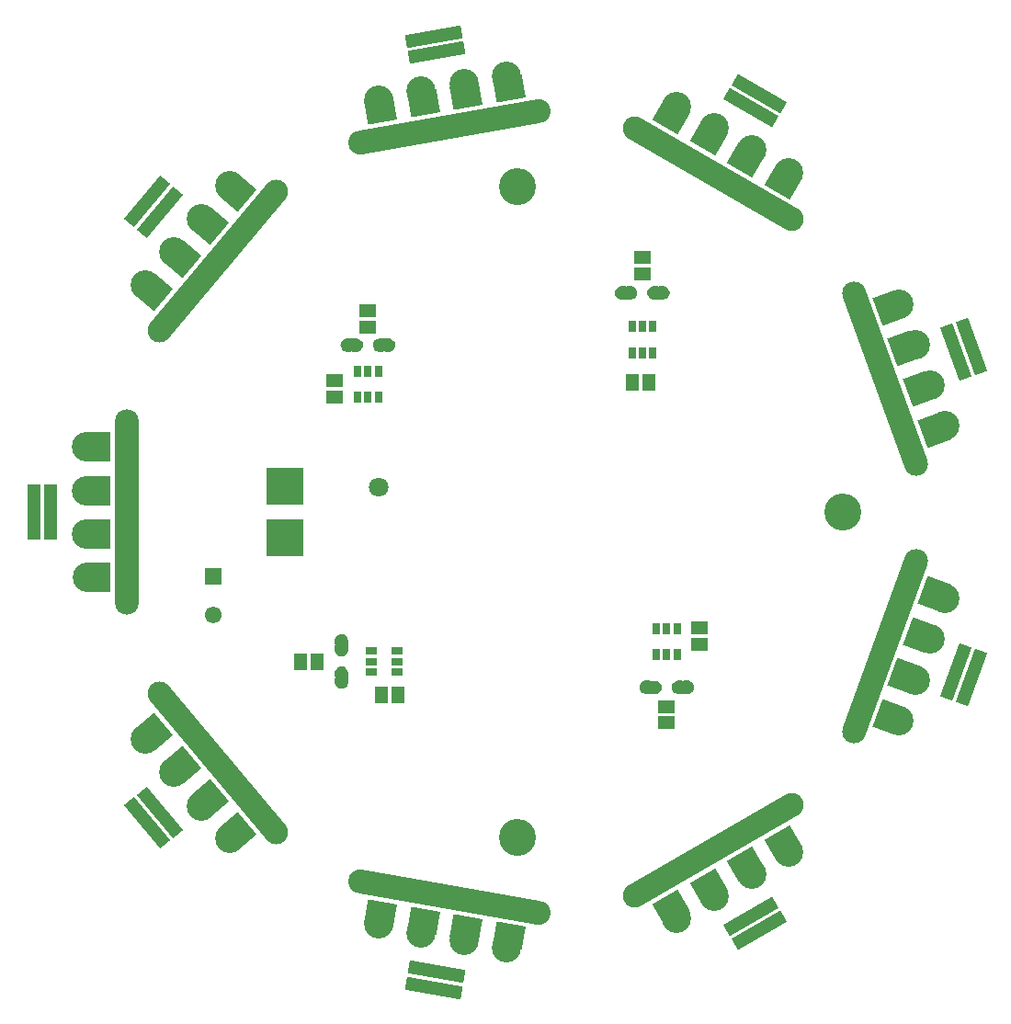
<source format=gbs>
G04*
G04 #@! TF.GenerationSoftware,Altium Limited,Altium Designer,21.7.2 (23)*
G04*
G04 Layer_Color=16711935*
%FSTAX44Y44*%
%MOMM*%
G71*
G04*
G04 #@! TF.SameCoordinates,382B67D8-D4E2-4276-A31F-CACD3676A529*
G04*
G04*
G04 #@! TF.FilePolarity,Negative*
G04*
G01*
G75*
G04:AMPARAMS|DCode=11|XSize=2.2mm|YSize=18.9mm|CornerRadius=1.1mm|HoleSize=0mm|Usage=FLASHONLY|Rotation=320.000|XOffset=0mm|YOffset=0mm|HoleType=Round|Shape=RoundedRectangle|*
%AMROUNDEDRECTD11*
21,1,2.2000,16.7000,0,0,320.0*
21,1,0.0000,18.9000,0,0,320.0*
1,1,2.2000,-5.3673,-6.3965*
1,1,2.2000,-5.3673,-6.3965*
1,1,2.2000,5.3673,6.3965*
1,1,2.2000,5.3673,6.3965*
%
%ADD11ROUNDEDRECTD11*%
G04:AMPARAMS|DCode=12|XSize=2.2mm|YSize=18.9mm|CornerRadius=1.1mm|HoleSize=0mm|Usage=FLASHONLY|Rotation=240.000|XOffset=0mm|YOffset=0mm|HoleType=Round|Shape=RoundedRectangle|*
%AMROUNDEDRECTD12*
21,1,2.2000,16.7000,0,0,240.0*
21,1,0.0000,18.9000,0,0,240.0*
1,1,2.2000,-7.2313,4.1750*
1,1,2.2000,-7.2313,4.1750*
1,1,2.2000,7.2313,-4.1750*
1,1,2.2000,7.2313,-4.1750*
%
%ADD12ROUNDEDRECTD12*%
G04:AMPARAMS|DCode=13|XSize=2.2mm|YSize=18.9mm|CornerRadius=1.1mm|HoleSize=0mm|Usage=FLASHONLY|Rotation=160.000|XOffset=0mm|YOffset=0mm|HoleType=Round|Shape=RoundedRectangle|*
%AMROUNDEDRECTD13*
21,1,2.2000,16.7000,0,0,160.0*
21,1,0.0000,18.9000,0,0,160.0*
1,1,2.2000,2.8559,7.8464*
1,1,2.2000,2.8559,7.8464*
1,1,2.2000,-2.8559,-7.8464*
1,1,2.2000,-2.8559,-7.8464*
%
%ADD13ROUNDEDRECTD13*%
G04:AMPARAMS|DCode=14|XSize=2.2mm|YSize=18.9mm|CornerRadius=1.1mm|HoleSize=0mm|Usage=FLASHONLY|Rotation=80.000|XOffset=0mm|YOffset=0mm|HoleType=Round|Shape=RoundedRectangle|*
%AMROUNDEDRECTD14*
21,1,2.2000,16.7000,0,0,80.0*
21,1,0.0000,18.9000,0,0,80.0*
1,1,2.2000,8.2232,-1.4500*
1,1,2.2000,8.2232,-1.4500*
1,1,2.2000,-8.2232,1.4500*
1,1,2.2000,-8.2232,1.4500*
%
%ADD14ROUNDEDRECTD14*%
G04:AMPARAMS|DCode=15|XSize=2.2mm|YSize=18.9mm|CornerRadius=1.1mm|HoleSize=0mm|Usage=FLASHONLY|Rotation=0.000|XOffset=0mm|YOffset=0mm|HoleType=Round|Shape=RoundedRectangle|*
%AMROUNDEDRECTD15*
21,1,2.2000,16.7000,0,0,0.0*
21,1,0.0000,18.9000,0,0,0.0*
1,1,2.2000,0.0000,-8.3500*
1,1,2.2000,0.0000,-8.3500*
1,1,2.2000,0.0000,8.3500*
1,1,2.2000,0.0000,8.3500*
%
%ADD15ROUNDEDRECTD15*%
G04:AMPARAMS|DCode=16|XSize=2.2mm|YSize=18.9mm|CornerRadius=1.1mm|HoleSize=0mm|Usage=FLASHONLY|Rotation=280.000|XOffset=0mm|YOffset=0mm|HoleType=Round|Shape=RoundedRectangle|*
%AMROUNDEDRECTD16*
21,1,2.2000,16.7000,0,0,280.0*
21,1,0.0000,18.9000,0,0,280.0*
1,1,2.2000,-8.2232,-1.4500*
1,1,2.2000,-8.2232,-1.4500*
1,1,2.2000,8.2232,1.4500*
1,1,2.2000,8.2232,1.4500*
%
%ADD16ROUNDEDRECTD16*%
G04:AMPARAMS|DCode=17|XSize=2.2mm|YSize=18.9mm|CornerRadius=1.1mm|HoleSize=0mm|Usage=FLASHONLY|Rotation=200.000|XOffset=0mm|YOffset=0mm|HoleType=Round|Shape=RoundedRectangle|*
%AMROUNDEDRECTD17*
21,1,2.2000,16.7000,0,0,200.0*
21,1,0.0000,18.9000,0,0,200.0*
1,1,2.2000,-2.8559,7.8464*
1,1,2.2000,-2.8559,7.8464*
1,1,2.2000,2.8559,-7.8464*
1,1,2.2000,2.8559,-7.8464*
%
%ADD17ROUNDEDRECTD17*%
G04:AMPARAMS|DCode=18|XSize=2.2mm|YSize=18.9mm|CornerRadius=1.1mm|HoleSize=0mm|Usage=FLASHONLY|Rotation=120.000|XOffset=0mm|YOffset=0mm|HoleType=Round|Shape=RoundedRectangle|*
%AMROUNDEDRECTD18*
21,1,2.2000,16.7000,0,0,120.0*
21,1,0.0000,18.9000,0,0,120.0*
1,1,2.2000,7.2313,4.1750*
1,1,2.2000,7.2313,4.1750*
1,1,2.2000,-7.2313,-4.1750*
1,1,2.2000,-7.2313,-4.1750*
%
%ADD18ROUNDEDRECTD18*%
G04:AMPARAMS|DCode=19|XSize=2.2mm|YSize=18.9mm|CornerRadius=1.1mm|HoleSize=0mm|Usage=FLASHONLY|Rotation=40.000|XOffset=0mm|YOffset=0mm|HoleType=Round|Shape=RoundedRectangle|*
%AMROUNDEDRECTD19*
21,1,2.2000,16.7000,0,0,40.0*
21,1,0.0000,18.9000,0,0,40.0*
1,1,2.2000,5.3673,-6.3965*
1,1,2.2000,5.3673,-6.3965*
1,1,2.2000,-5.3673,6.3965*
1,1,2.2000,-5.3673,6.3965*
%
%ADD19ROUNDEDRECTD19*%
%ADD20C,1.5532*%
%ADD21R,1.5532X1.5532*%
%ADD22C,3.4032*%
%ADD63R,1.2500X0.3500*%
%ADD64R,0.3500X1.2500*%
G04:AMPARAMS|DCode=65|XSize=0.35mm|YSize=1.25mm|CornerRadius=0mm|HoleSize=0mm|Usage=FLASHONLY|Rotation=179.326|XOffset=0mm|YOffset=0mm|HoleType=Round|Shape=Rectangle|*
%AMROTATEDRECTD65*
4,1,4,0.1824,0.6229,0.1676,-0.6270,-0.1824,-0.6229,-0.1676,0.6270,0.1824,0.6229,0.0*
%
%ADD65ROTATEDRECTD65*%

G04:AMPARAMS|DCode=66|XSize=2.2mm|YSize=2.7mm|CornerRadius=0mm|HoleSize=0mm|Usage=FLASHONLY|Rotation=320.000|XOffset=0mm|YOffset=0mm|HoleType=Round|Shape=Rectangle|*
%AMROTATEDRECTD66*
4,1,4,-1.7104,-0.3271,0.0251,1.7412,1.7104,0.3271,-0.0251,-1.7412,-1.7104,-0.3271,0.0*
%
%ADD66ROTATEDRECTD66*%

%ADD67C,2.7000*%
G04:AMPARAMS|DCode=68|XSize=2.2mm|YSize=2.7mm|CornerRadius=0mm|HoleSize=0mm|Usage=FLASHONLY|Rotation=240.000|XOffset=0mm|YOffset=0mm|HoleType=Round|Shape=Rectangle|*
%AMROTATEDRECTD68*
4,1,4,-0.6191,1.6276,1.7191,0.2776,0.6191,-1.6276,-1.7191,-0.2776,-0.6191,1.6276,0.0*
%
%ADD68ROTATEDRECTD68*%

G04:AMPARAMS|DCode=69|XSize=2.2mm|YSize=2.7mm|CornerRadius=0mm|HoleSize=0mm|Usage=FLASHONLY|Rotation=160.000|XOffset=0mm|YOffset=0mm|HoleType=Round|Shape=Rectangle|*
%AMROTATEDRECTD69*
4,1,4,1.4954,0.8924,0.5719,-1.6448,-1.4954,-0.8924,-0.5719,1.6448,1.4954,0.8924,0.0*
%
%ADD69ROTATEDRECTD69*%

G04:AMPARAMS|DCode=70|XSize=2.2mm|YSize=2.7mm|CornerRadius=0mm|HoleSize=0mm|Usage=FLASHONLY|Rotation=80.000|XOffset=0mm|YOffset=0mm|HoleType=Round|Shape=Rectangle|*
%AMROTATEDRECTD70*
4,1,4,1.1385,-1.3177,-1.5205,-0.8489,-1.1385,1.3177,1.5205,0.8489,1.1385,-1.3177,0.0*
%
%ADD70ROTATEDRECTD70*%

%ADD71R,2.2000X2.7000*%
G04:AMPARAMS|DCode=72|XSize=2.2mm|YSize=2.7mm|CornerRadius=0mm|HoleSize=0mm|Usage=FLASHONLY|Rotation=280.000|XOffset=0mm|YOffset=0mm|HoleType=Round|Shape=Rectangle|*
%AMROTATEDRECTD72*
4,1,4,-1.5205,0.8489,1.1385,1.3177,1.5205,-0.8489,-1.1385,-1.3177,-1.5205,0.8489,0.0*
%
%ADD72ROTATEDRECTD72*%

G04:AMPARAMS|DCode=73|XSize=2.2mm|YSize=2.7mm|CornerRadius=0mm|HoleSize=0mm|Usage=FLASHONLY|Rotation=200.000|XOffset=0mm|YOffset=0mm|HoleType=Round|Shape=Rectangle|*
%AMROTATEDRECTD73*
4,1,4,0.5719,1.6448,1.4954,-0.8924,-0.5719,-1.6448,-1.4954,0.8924,0.5719,1.6448,0.0*
%
%ADD73ROTATEDRECTD73*%

G04:AMPARAMS|DCode=74|XSize=2.2mm|YSize=2.7mm|CornerRadius=0mm|HoleSize=0mm|Usage=FLASHONLY|Rotation=120.000|XOffset=0mm|YOffset=0mm|HoleType=Round|Shape=Rectangle|*
%AMROTATEDRECTD74*
4,1,4,1.7191,-0.2776,-0.6191,-1.6276,-1.7191,0.2776,0.6191,1.6276,1.7191,-0.2776,0.0*
%
%ADD74ROTATEDRECTD74*%

G04:AMPARAMS|DCode=75|XSize=2.2mm|YSize=2.7mm|CornerRadius=0mm|HoleSize=0mm|Usage=FLASHONLY|Rotation=40.000|XOffset=0mm|YOffset=0mm|HoleType=Round|Shape=Rectangle|*
%AMROTATEDRECTD75*
4,1,4,0.0251,-1.7412,-1.7104,0.3271,-0.0251,1.7412,1.7104,-0.3271,0.0251,-1.7412,0.0*
%
%ADD75ROTATEDRECTD75*%

G04:AMPARAMS|DCode=76|XSize=0.7032mm|YSize=0.7032mm|CornerRadius=0.3516mm|HoleSize=0mm|Usage=FLASHONLY|Rotation=0.000|XOffset=0mm|YOffset=0mm|HoleType=Round|Shape=RoundedRectangle|*
%AMROUNDEDRECTD76*
21,1,0.7032,0.0000,0,0,0.0*
21,1,0.0000,0.7032,0,0,0.0*
1,1,0.7032,0.0000,0.0000*
1,1,0.7032,0.0000,0.0000*
1,1,0.7032,0.0000,0.0000*
1,1,0.7032,0.0000,0.0000*
%
%ADD76ROUNDEDRECTD76*%
%ADD77R,3.5032X3.5032*%
G04:AMPARAMS|DCode=78|XSize=0.7032mm|YSize=0.7032mm|CornerRadius=0.3516mm|HoleSize=0mm|Usage=FLASHONLY|Rotation=90.000|XOffset=0mm|YOffset=0mm|HoleType=Round|Shape=RoundedRectangle|*
%AMROUNDEDRECTD78*
21,1,0.7032,0.0000,0,0,90.0*
21,1,0.0000,0.7032,0,0,90.0*
1,1,0.7032,0.0000,0.0000*
1,1,0.7032,0.0000,0.0000*
1,1,0.7032,0.0000,0.0000*
1,1,0.7032,0.0000,0.0000*
%
%ADD78ROUNDEDRECTD78*%
%ADD79R,1.5032X1.2032*%
%ADD80R,1.1032X0.7032*%
%ADD81R,1.2032X1.5032*%
G04:AMPARAMS|DCode=82|XSize=0.7032mm|YSize=0.7032mm|CornerRadius=0.3516mm|HoleSize=0mm|Usage=FLASHONLY|Rotation=269.326|XOffset=0mm|YOffset=0mm|HoleType=Round|Shape=RoundedRectangle|*
%AMROUNDEDRECTD82*
21,1,0.7032,0.0000,0,0,269.3*
21,1,0.0000,0.7032,0,0,269.3*
1,1,0.7032,0.0000,0.0000*
1,1,0.7032,0.0000,0.0000*
1,1,0.7032,0.0000,0.0000*
1,1,0.7032,0.0000,0.0000*
%
%ADD82ROUNDEDRECTD82*%
%ADD83R,0.7032X1.1032*%
G04:AMPARAMS|DCode=84|XSize=5.2032mm|YSize=1.2032mm|CornerRadius=0mm|HoleSize=0mm|Usage=FLASHONLY|Rotation=130.000|XOffset=0mm|YOffset=0mm|HoleType=Round|Shape=Rectangle|*
%AMROTATEDRECTD84*
4,1,4,2.1331,-1.6062,1.2114,-2.3796,-2.1331,1.6062,-1.2114,2.3796,2.1331,-1.6062,0.0*
%
%ADD84ROTATEDRECTD84*%

G04:AMPARAMS|DCode=85|XSize=5.2032mm|YSize=1.2032mm|CornerRadius=0mm|HoleSize=0mm|Usage=FLASHONLY|Rotation=170.000|XOffset=0mm|YOffset=0mm|HoleType=Round|Shape=Rectangle|*
%AMROTATEDRECTD85*
4,1,4,2.6665,0.1407,2.4576,-1.0442,-2.6665,-0.1407,-2.4576,1.0442,2.6665,0.1407,0.0*
%
%ADD85ROTATEDRECTD85*%

G04:AMPARAMS|DCode=86|XSize=5.2032mm|YSize=1.2032mm|CornerRadius=0mm|HoleSize=0mm|Usage=FLASHONLY|Rotation=210.000|XOffset=0mm|YOffset=0mm|HoleType=Round|Shape=Rectangle|*
%AMROTATEDRECTD86*
4,1,4,1.9523,1.8218,2.5538,0.7798,-1.9523,-1.8218,-2.5538,-0.7798,1.9523,1.8218,0.0*
%
%ADD86ROTATEDRECTD86*%

G04:AMPARAMS|DCode=87|XSize=5.2032mm|YSize=1.2032mm|CornerRadius=0mm|HoleSize=0mm|Usage=FLASHONLY|Rotation=250.000|XOffset=0mm|YOffset=0mm|HoleType=Round|Shape=Rectangle|*
%AMROTATEDRECTD87*
4,1,4,0.3245,2.6505,1.4551,2.2389,-0.3245,-2.6505,-1.4551,-2.2389,0.3245,2.6505,0.0*
%
%ADD87ROTATEDRECTD87*%

G04:AMPARAMS|DCode=88|XSize=5.2032mm|YSize=1.2032mm|CornerRadius=0mm|HoleSize=0mm|Usage=FLASHONLY|Rotation=290.000|XOffset=0mm|YOffset=0mm|HoleType=Round|Shape=Rectangle|*
%AMROTATEDRECTD88*
4,1,4,-1.4551,2.2389,-0.3245,2.6505,1.4551,-2.2389,0.3245,-2.6505,-1.4551,2.2389,0.0*
%
%ADD88ROTATEDRECTD88*%

G04:AMPARAMS|DCode=89|XSize=5.2032mm|YSize=1.2032mm|CornerRadius=0mm|HoleSize=0mm|Usage=FLASHONLY|Rotation=330.000|XOffset=0mm|YOffset=0mm|HoleType=Round|Shape=Rectangle|*
%AMROTATEDRECTD89*
4,1,4,-2.5538,0.7798,-1.9523,1.8218,2.5538,-0.7798,1.9523,-1.8218,-2.5538,0.7798,0.0*
%
%ADD89ROTATEDRECTD89*%

G04:AMPARAMS|DCode=90|XSize=5.2032mm|YSize=1.2032mm|CornerRadius=0mm|HoleSize=0mm|Usage=FLASHONLY|Rotation=10.000|XOffset=0mm|YOffset=0mm|HoleType=Round|Shape=Rectangle|*
%AMROTATEDRECTD90*
4,1,4,-2.4576,-1.0442,-2.6665,0.1407,2.4576,1.0442,2.6665,-0.1407,-2.4576,-1.0442,0.0*
%
%ADD90ROTATEDRECTD90*%

G04:AMPARAMS|DCode=91|XSize=5.2032mm|YSize=1.2032mm|CornerRadius=0mm|HoleSize=0mm|Usage=FLASHONLY|Rotation=50.000|XOffset=0mm|YOffset=0mm|HoleType=Round|Shape=Rectangle|*
%AMROTATEDRECTD91*
4,1,4,-1.2114,-2.3796,-2.1331,-1.6062,1.2114,2.3796,2.1331,1.6062,-1.2114,-2.3796,0.0*
%
%ADD91ROTATEDRECTD91*%

%ADD92R,1.2032X5.2032*%
%ADD93C,0.7000*%
%ADD94C,1.8032*%
G36*
X-00156617Y-00152491D02*
X-00156487Y-00152516D01*
X-0015636Y-00152559D01*
X-00156241Y-00152618D01*
X-00156167Y-00152668D01*
X-0015613Y-00152692D01*
X-0015603Y-0015278D01*
Y-0015278D01*
X-0015603D01*
X-00155942Y-0015288D01*
X-00155918Y-00152917D01*
X-00155868Y-00152991D01*
X-00155809Y-0015311D01*
X-00155766Y-00153237D01*
X-0015574Y-00153367D01*
X-00155732Y-001535D01*
Y-001535D01*
D01*
X-00155732Y-00155716D01*
X-0015566Y-00156801D01*
X-00155659Y-00156934D01*
D01*
Y-00156934D01*
X-00155676Y-00157066D01*
X-00155691Y-00157121D01*
X-00155711Y-00157195D01*
X-00155711Y-00157195D01*
X-00156429Y-00159319D01*
X-00156429Y-0015932D01*
X-0015648Y-00159443D01*
X-00156547Y-00159558D01*
X-00156609Y-00159639D01*
X-00156628Y-00159664D01*
X-00156628Y-00159664D01*
X-00158104Y-00161352D01*
X-00158105Y-00161352D01*
X-00158199Y-00161446D01*
X-00158304Y-00161527D01*
X-00158353Y-00161555D01*
X-00158419Y-00161594D01*
X-0015842Y-00161594D01*
X-0016043Y-00162588D01*
X-0016043D01*
X-0016043Y-00162588D01*
X-00160553Y-00162639D01*
X-00160634Y-00162661D01*
X-00160681Y-00162674D01*
X-00160813Y-00162691D01*
X-00160814D01*
X-00161932Y-00162766D01*
X-00161944Y-00162766D01*
X-00161955Y-00162767D01*
X-00161977Y-00162767D01*
X-00162Y-00162768D01*
X-00162033Y-00162766D01*
X-00162066Y-00162766D01*
X-00162077Y-00162765D01*
X-00162088Y-00162764D01*
X-00163232Y-00162665D01*
X-00163232D01*
X-00163364Y-00162645D01*
X-00163491Y-00162607D01*
X-00163613Y-00162554D01*
X-0016565Y-00161495D01*
X-00165651Y-00161495D01*
X-00165765Y-00161426D01*
X-00165868Y-00161343D01*
X-00165961Y-00161246D01*
X-00167437Y-00159488D01*
X-00167516Y-00159381D01*
X-00167545Y-00159328D01*
X-0016758Y-00159264D01*
X-00167629Y-0015914D01*
X-00167629Y-0015914D01*
X-0016832Y-00156951D01*
X-0016832Y-00156951D01*
X-00168344Y-00156853D01*
X-00168352Y-00156821D01*
X-00168367Y-00156689D01*
Y-00156689D01*
D01*
X-00168364Y-00156556D01*
X-00168268Y-00155456D01*
Y-001535D01*
X-0016826Y-00153367D01*
X-00168234Y-00153237D01*
X-00168191Y-0015311D01*
X-00168132Y-00152991D01*
X-00168058Y-0015288D01*
X-0016797Y-0015278D01*
X-0016787Y-00152692D01*
X-00167759Y-00152618D01*
X-0016764Y-00152559D01*
X-00167514Y-00152516D01*
X-00167383Y-00152491D01*
X-0016725Y-00152482D01*
X-0015675D01*
X-0015675D01*
D01*
X-00156617Y-00152491D01*
D02*
G37*
G36*
X-00161934Y-00142048D02*
X-00161879Y-00142048D01*
X-00161867Y-00142049D01*
X-00161856Y-00142049D01*
X-00160712Y-00142149D01*
X-00160712D01*
X-00160598Y-00142166D01*
X-0016058Y-00142169D01*
X-00160543Y-0014218D01*
X-00160452Y-00142206D01*
X-00160331Y-0014226D01*
X-00158294Y-00143319D01*
X-00158293Y-00143319D01*
X-0015818Y-00143388D01*
X-00158076Y-00143471D01*
X-00157983Y-00143567D01*
X-00156507Y-00145326D01*
X-00156428Y-00145433D01*
X-00156399Y-00145486D01*
X-00156364Y-0014555D01*
X-00156315Y-00145674D01*
X-00156315Y-00145674D01*
X-00155624Y-00147863D01*
X-00155624Y-00147863D01*
X-001556Y-00147961D01*
X-00155592Y-00147993D01*
X-00155577Y-00148125D01*
Y-00148125D01*
D01*
X-0015558Y-00148258D01*
X-00155676Y-00149358D01*
X-00155676Y-00151314D01*
Y-00151314D01*
D01*
X-00155684Y-00151447D01*
X-0015571Y-00151577D01*
X-00155753Y-00151703D01*
X-00155812Y-00151823D01*
X-00155886Y-00151934D01*
X-00155974Y-00152034D01*
X-00156074Y-00152122D01*
X-00156185Y-00152196D01*
X-00156304Y-00152254D01*
X-00156431Y-00152297D01*
X-00156561Y-00152323D01*
X-00156694Y-00152332D01*
X-00156694D01*
D01*
X-00167194Y-00152332D01*
X-00167194D01*
D01*
X-00167327Y-00152323D01*
X-00167458Y-00152297D01*
X-00167584Y-00152254D01*
X-00167703Y-00152196D01*
X-00167777Y-00152146D01*
X-00167814Y-00152121D01*
X-00167914Y-00152034D01*
Y-00152034D01*
X-00167914D01*
X-00168002Y-00151934D01*
X-00168026Y-00151897D01*
X-00168076Y-00151823D01*
X-00168135Y-00151703D01*
X-00168178Y-00151577D01*
X-00168204Y-00151447D01*
X-00168212Y-00151314D01*
Y-00151314D01*
D01*
X-00168212Y-00149098D01*
X-00168285Y-00148013D01*
X-00168285Y-00147879D01*
D01*
Y-00147879D01*
X-00168267Y-00147747D01*
X-00168253Y-00147693D01*
X-00168233Y-00147619D01*
X-00168233Y-00147619D01*
X-00167515Y-00145494D01*
X-00167515Y-00145494D01*
X-00167464Y-00145371D01*
X-00167397Y-00145256D01*
X-00167335Y-00145175D01*
X-00167316Y-0014515D01*
X-00167316Y-0014515D01*
X-0016584Y-00143462D01*
X-00165839Y-00143462D01*
X-00165745Y-00143368D01*
X-0016564Y-00143287D01*
X-00165591Y-00143258D01*
X-00165525Y-0014322D01*
X-00165525Y-0014322D01*
X-00163514Y-00142226D01*
X-00163514D01*
X-00163514Y-00142226D01*
X-00163391Y-00142175D01*
X-0016331Y-00142153D01*
X-00163263Y-0014214D01*
X-00163131Y-00142122D01*
X-00163131D01*
X-00162012Y-00142048D01*
X-00162Y-00142048D01*
X-00161989Y-00142047D01*
X-00161934Y-00142048D01*
D02*
G37*
G36*
X-00156806Y-00122668D02*
X-00156806D01*
D01*
X-00156673Y-00122677D01*
X-00156542Y-00122703D01*
X-001565Y-00122717D01*
X-00156416Y-00122746D01*
X-00156297Y-00122804D01*
X-00156186Y-00122879D01*
X-00156086Y-00122966D01*
Y-00122966D01*
X-00156086D01*
X-00155998Y-00123066D01*
X-00155924Y-00123177D01*
X-00155865Y-00123297D01*
X-00155837Y-0012338D01*
X-00155822Y-00123423D01*
X-00155796Y-00123553D01*
X-00155788Y-00123686D01*
Y-00123686D01*
D01*
X-00155788Y-00125902D01*
X-00155716Y-00126987D01*
X-00155715Y-00127121D01*
D01*
Y-00127121D01*
X-00155733Y-00127253D01*
X-00155747Y-00127307D01*
X-00155767Y-00127381D01*
X-00155767Y-00127381D01*
X-00156485Y-00129506D01*
X-00156485Y-00129506D01*
X-00156536Y-00129629D01*
X-00156603Y-00129744D01*
X-00156665Y-00129825D01*
X-00156684Y-0012985D01*
X-00156684Y-0012985D01*
X-0015816Y-00131538D01*
X-00158161Y-00131538D01*
X-00158255Y-00131632D01*
X-0015836Y-00131713D01*
X-00158409Y-00131742D01*
X-00158475Y-0013178D01*
X-00158476Y-0013178D01*
X-00160486Y-00132774D01*
X-00160486D01*
X-00160486Y-00132774D01*
X-00160609Y-00132825D01*
X-0016069Y-00132847D01*
X-00160737Y-0013286D01*
X-00160869Y-00132878D01*
X-0016087D01*
X-00161988Y-00132952D01*
X-00162Y-00132952D01*
X-00162011Y-00132953D01*
X-00162033Y-00132953D01*
X-00162056Y-00132954D01*
X-00162089Y-00132952D01*
X-00162122Y-00132952D01*
X-00162133Y-00132951D01*
X-00162144Y-00132951D01*
X-00163288Y-00132851D01*
X-00163288D01*
X-0016342Y-00132831D01*
X-00163547Y-00132794D01*
X-00163669Y-0013274D01*
X-00165706Y-00131681D01*
X-00165707Y-00131681D01*
X-00165821Y-00131612D01*
X-00165924Y-00131529D01*
X-00166017Y-00131433D01*
X-00167493Y-00129674D01*
X-00167572Y-00129567D01*
X-00167601Y-00129514D01*
X-00167636Y-0012945D01*
X-00167685Y-00129326D01*
X-00167685Y-00129326D01*
X-00168376Y-00127137D01*
X-00168376Y-00127137D01*
X-001684Y-00127039D01*
X-00168408Y-00127007D01*
X-00168423Y-00126875D01*
Y-00126875D01*
D01*
X-0016842Y-00126742D01*
X-00168324Y-00125642D01*
X-00168324Y-00123686D01*
Y-00123686D01*
D01*
X-00168316Y-00123553D01*
X-0016829Y-00123423D01*
X-00168247Y-00123297D01*
X-00168188Y-00123177D01*
X-00168114Y-00123066D01*
X-00168026Y-00122966D01*
X-00167926Y-00122878D01*
X-00167815Y-00122804D01*
X-00167696Y-00122746D01*
X-0016757Y-00122703D01*
X-00167439Y-00122677D01*
X-00167306Y-00122668D01*
X-00167306D01*
D01*
X-00156806Y-00122668D01*
D02*
G37*
G36*
X-0016199Y-00112234D02*
X-00161935Y-00112234D01*
X-00161923Y-00112235D01*
X-00161912Y-00112236D01*
X-00160768Y-00112335D01*
X-00160768D01*
X-00160654Y-00112353D01*
X-00160636Y-00112355D01*
X-00160599Y-00112366D01*
X-00160508Y-00112393D01*
X-00160387Y-00112446D01*
X-0015835Y-00113505D01*
X-00158349Y-00113505D01*
X-00158236Y-00113574D01*
X-00158132Y-00113658D01*
X-00158039Y-00113754D01*
X-00156563Y-00115512D01*
X-00156484Y-00115619D01*
X-00156455Y-00115672D01*
X-0015642Y-00115736D01*
X-00156371Y-0011586D01*
X-00156371Y-0011586D01*
X-0015568Y-00118049D01*
X-0015568Y-00118049D01*
X-00155656Y-00118147D01*
X-00155648Y-00118179D01*
X-00155633Y-00118311D01*
Y-00118311D01*
D01*
X-00155636Y-00118444D01*
X-00155732Y-00119544D01*
Y-001215D01*
X-0015574Y-00121633D01*
X-00155766Y-00121763D01*
X-00155809Y-0012189D01*
X-00155868Y-00122009D01*
X-00155942Y-0012212D01*
X-0015603Y-0012222D01*
X-0015613Y-00122308D01*
X-00156241Y-00122382D01*
X-0015636Y-00122441D01*
X-00156487Y-00122484D01*
X-00156617Y-00122509D01*
X-0015675Y-00122518D01*
X-0016725D01*
X-00167383Y-00122509D01*
X-00167514Y-00122484D01*
X-0016764Y-00122441D01*
X-00167759Y-00122382D01*
X-0016787Y-00122308D01*
X-0016797Y-0012222D01*
X-00168058Y-0012212D01*
X-00168132Y-00122009D01*
X-00168191Y-0012189D01*
X-00168234Y-00121763D01*
X-0016826Y-00121633D01*
X-00168268Y-001215D01*
X-00168268Y-00119284D01*
X-00168341Y-00118199D01*
X-00168341Y-00118066D01*
D01*
Y-00118066D01*
X-00168323Y-00117934D01*
X-00168309Y-00117879D01*
X-00168289Y-00117805D01*
X-00168289Y-00117805D01*
X-00167571Y-00115681D01*
X-00167571Y-0011568D01*
X-0016752Y-00115557D01*
X-00167453Y-00115442D01*
X-00167391Y-00115361D01*
X-00167372Y-00115336D01*
X-00167372Y-00115336D01*
X-00165896Y-00113648D01*
X-00165895Y-00113648D01*
X-00165801Y-00113554D01*
X-00165696Y-00113473D01*
X-00165647Y-00113445D01*
X-00165581Y-00113406D01*
X-00165581Y-00113406D01*
X-0016357Y-00112412D01*
X-0016357D01*
X-0016357Y-00112412D01*
X-00163447Y-00112361D01*
X-00163366Y-00112339D01*
X-00163319Y-00112326D01*
X-00163187Y-00112309D01*
X-00163187D01*
X-00162068Y-00112234D01*
X-00162056Y-00112234D01*
X-00162045Y-00112233D01*
X-0016199Y-00112234D01*
D02*
G37*
G36*
X00118444Y-00155136D02*
X00119544Y-00155232D01*
X001215D01*
X00121633Y-0015524D01*
X00121763Y-00155267D01*
X0012189Y-00155309D01*
X00122009Y-00155368D01*
X0012212Y-00155442D01*
X0012222Y-0015553D01*
X00122308Y-0015563D01*
X00122382Y-00155741D01*
X00122441Y-0015586D01*
X00122484Y-00155986D01*
X00122509Y-00156117D01*
X00122518Y-0015625D01*
Y-0016675D01*
X00122509Y-00166883D01*
X00122484Y-00167013D01*
X00122441Y-0016714D01*
X00122382Y-00167259D01*
X00122308Y-0016737D01*
X0012222Y-0016747D01*
X0012212Y-00167558D01*
X00122009Y-00167632D01*
X0012189Y-00167691D01*
X00121763Y-00167733D01*
X00121633Y-00167759D01*
X001215Y-00167768D01*
X00119284Y-00167768D01*
X00118199Y-00167841D01*
X00118066Y-00167841D01*
D01*
X00118066D01*
X00117934Y-00167824D01*
X00117879Y-00167809D01*
X00117805Y-00167789D01*
X00117805Y-00167789D01*
X00115681Y-00167071D01*
X0011568Y-00167071D01*
X00115557Y-0016702D01*
X00115442Y-00166953D01*
X00115361Y-00166891D01*
X00115336Y-00166872D01*
X00115336Y-00166872D01*
X00113648Y-00165396D01*
X00113648Y-00165395D01*
X00113554Y-00165301D01*
X00113473Y-00165196D01*
X00113445Y-00165147D01*
X00113406Y-00165081D01*
X00113406Y-00165081D01*
X00112412Y-0016307D01*
Y-0016307D01*
X00112412Y-0016307D01*
X00112361Y-00162947D01*
X00112339Y-00162866D01*
X00112326Y-00162819D01*
X00112309Y-00162687D01*
Y-00162687D01*
X00112234Y-00161568D01*
X00112234Y-00161556D01*
X00112233Y-00161545D01*
X00112234Y-0016149D01*
X00112234Y-00161434D01*
X00112235Y-00161423D01*
X00112236Y-00161412D01*
X00112335Y-00160268D01*
Y-00160268D01*
X00112353Y-00160154D01*
X00112355Y-00160136D01*
X00112366Y-00160099D01*
X00112393Y-00160009D01*
X00112446Y-00159887D01*
X00113505Y-0015785D01*
X00113505Y-00157849D01*
X00113574Y-00157736D01*
X00113658Y-00157632D01*
X00113754Y-00157539D01*
X00115512Y-00156063D01*
X00115619Y-00155984D01*
X00115672Y-00155955D01*
X00115736Y-0015592D01*
X0011586Y-00155871D01*
X0011586Y-00155871D01*
X00118049Y-0015518D01*
X00118049Y-0015518D01*
X00118147Y-00155156D01*
X00118179Y-00155148D01*
X00118311Y-00155133D01*
X00118311D01*
D01*
X00118444Y-00155136D01*
D02*
G37*
G36*
X00127253Y-00155233D02*
X00127307Y-00155247D01*
X00127381Y-00155267D01*
X00127381Y-00155267D01*
X00129506Y-00155985D01*
X00129506Y-00155985D01*
X00129629Y-00156036D01*
X00129744Y-00156103D01*
X00129825Y-00156165D01*
X0012985Y-00156184D01*
X0012985Y-00156184D01*
X00131538Y-00157661D01*
X00131538Y-00157661D01*
X00131632Y-00157755D01*
X00131713Y-0015786D01*
X00131742Y-00157909D01*
X0013178Y-00157975D01*
X0013178Y-00157976D01*
X00132774Y-00159986D01*
Y-00159986D01*
X00132774Y-00159986D01*
X00132825Y-00160109D01*
X00132847Y-0016019D01*
X0013286Y-00160237D01*
X00132878Y-00160369D01*
Y-00160369D01*
X00132952Y-00161488D01*
X00132952Y-001615D01*
X00132953Y-00161511D01*
X00132953Y-00161533D01*
X00132954Y-00161556D01*
X00132952Y-00161589D01*
X00132952Y-00161622D01*
X00132951Y-00161633D01*
X00132951Y-00161644D01*
X00132851Y-00162788D01*
Y-00162788D01*
X00132831Y-0016292D01*
X00132794Y-00163048D01*
X0013274Y-00163169D01*
X00131681Y-00165206D01*
X00131681Y-00165207D01*
X00131612Y-00165321D01*
X00131529Y-00165424D01*
X00131433Y-00165517D01*
X00129674Y-00166994D01*
X00129567Y-00167072D01*
X00129514Y-00167101D01*
X0012945Y-00167136D01*
X00129326Y-00167185D01*
X00129326Y-00167185D01*
X00127137Y-00167876D01*
X00127137Y-00167876D01*
X00127039Y-001679D01*
X00127007Y-00167908D01*
X00126875Y-00167923D01*
X00126875D01*
D01*
X00126742Y-0016792D01*
X00125642Y-00167824D01*
X00123686Y-00167824D01*
D01*
X00123686D01*
X00123553Y-00167815D01*
X00123423Y-00167789D01*
X00123297Y-00167747D01*
X00123177Y-00167688D01*
X00123066Y-00167614D01*
X00122966Y-00167526D01*
X00122878Y-00167426D01*
X00122804Y-00167315D01*
X00122746Y-00167196D01*
X00122703Y-00167069D01*
X00122677Y-00166939D01*
X00122668Y-00166806D01*
Y-00166806D01*
D01*
X00122668Y-00156306D01*
Y-00156306D01*
D01*
X00122677Y-00156173D01*
X00122703Y-00156042D01*
X00122717Y-00156D01*
X00122746Y-00155916D01*
X00122804Y-00155797D01*
X00122879Y-00155686D01*
X00122966Y-00155586D01*
X00122966D01*
Y-00155586D01*
X00123066Y-00155498D01*
X00123177Y-00155424D01*
X00123297Y-00155365D01*
X0012338Y-00155337D01*
X00123423Y-00155323D01*
X00123553Y-00155296D01*
X00123686Y-00155288D01*
D01*
X00123686D01*
X00125902Y-00155288D01*
X00126987Y-00155216D01*
X00127121Y-00155215D01*
D01*
X00127121D01*
X00127253Y-00155233D01*
D02*
G37*
G36*
X00148258Y-0015508D02*
X00149358Y-00155176D01*
X00151314Y-00155176D01*
D01*
X00151314D01*
X00151447Y-00155184D01*
X00151577Y-00155211D01*
X00151703Y-00155253D01*
X00151823Y-00155312D01*
X00151934Y-00155386D01*
X00152034Y-00155474D01*
X00152122Y-00155574D01*
X00152196Y-00155685D01*
X00152254Y-00155804D01*
X00152297Y-00155931D01*
X00152323Y-00156061D01*
X00152332Y-00156194D01*
Y-00156194D01*
D01*
X00152332Y-00166694D01*
Y-00166694D01*
D01*
X00152323Y-00166827D01*
X00152297Y-00166958D01*
X00152254Y-00167084D01*
X00152196Y-00167203D01*
X00152146Y-00167277D01*
X00152121Y-00167314D01*
X00152034Y-00167414D01*
X00152034D01*
Y-00167414D01*
X00151934Y-00167502D01*
X00151897Y-00167526D01*
X00151823Y-00167576D01*
X00151703Y-00167635D01*
X00151577Y-00167677D01*
X00151447Y-00167703D01*
X00151314Y-00167712D01*
D01*
X00151314D01*
X00149098Y-00167712D01*
X00148013Y-00167785D01*
X00147879Y-00167785D01*
D01*
X00147879D01*
X00147747Y-00167768D01*
X00147693Y-00167753D01*
X00147619Y-00167733D01*
X00147619Y-00167733D01*
X00145494Y-00167015D01*
X00145494Y-00167015D01*
X00145371Y-00166964D01*
X00145256Y-00166897D01*
X00145175Y-00166835D01*
X0014515Y-00166816D01*
X0014515Y-00166816D01*
X00143462Y-0016534D01*
X00143462Y-00165339D01*
X00143368Y-00165245D01*
X00143287Y-0016514D01*
X00143258Y-00165091D01*
X0014322Y-00165025D01*
X0014322Y-00165025D01*
X00142226Y-00163014D01*
Y-00163014D01*
X00142226Y-00163014D01*
X00142175Y-00162891D01*
X00142153Y-0016281D01*
X0014214Y-00162763D01*
X00142122Y-00162631D01*
Y-00162631D01*
X00142048Y-00161512D01*
X00142048Y-001615D01*
X00142047Y-00161489D01*
X00142048Y-00161434D01*
X00142048Y-00161378D01*
X00142049Y-00161367D01*
X00142049Y-00161356D01*
X00142149Y-00160212D01*
Y-00160212D01*
X00142166Y-00160098D01*
X00142169Y-0016008D01*
X0014218Y-00160043D01*
X00142206Y-00159952D01*
X0014226Y-00159831D01*
X00143319Y-00157794D01*
X00143319Y-00157793D01*
X00143388Y-0015768D01*
X00143471Y-00157576D01*
X00143567Y-00157483D01*
X00145326Y-00156006D01*
X00145433Y-00155928D01*
X00145486Y-00155899D01*
X0014555Y-00155864D01*
X00145674Y-00155815D01*
X00145674Y-00155815D01*
X00147863Y-00155124D01*
X00147863Y-00155124D01*
X00147961Y-001551D01*
X00147993Y-00155092D01*
X00148125Y-00155077D01*
X00148125D01*
D01*
X00148258Y-0015508D01*
D02*
G37*
G36*
X00157066Y-00155177D02*
X00157121Y-00155191D01*
X00157195Y-00155211D01*
X00157195Y-00155211D01*
X00159319Y-00155929D01*
X0015932Y-00155929D01*
X00159443Y-0015598D01*
X00159558Y-00156047D01*
X00159639Y-00156109D01*
X00159664Y-00156128D01*
X00159664Y-00156128D01*
X00161352Y-00157605D01*
X00161352Y-00157605D01*
X00161446Y-00157699D01*
X00161527Y-00157804D01*
X00161555Y-00157853D01*
X00161594Y-00157919D01*
X00161594Y-0015792D01*
X00162588Y-0015993D01*
Y-0015993D01*
X00162588Y-0015993D01*
X00162639Y-00160053D01*
X00162661Y-00160134D01*
X00162674Y-00160181D01*
X00162691Y-00160313D01*
Y-00160313D01*
X00162766Y-00161432D01*
X00162766Y-00161444D01*
X00162767Y-00161455D01*
X00162767Y-00161477D01*
X00162768Y-001615D01*
X00162766Y-00161533D01*
X00162766Y-00161566D01*
X00162764Y-00161577D01*
X00162764Y-00161588D01*
X00162665Y-00162732D01*
Y-00162732D01*
X00162645Y-00162864D01*
X00162607Y-00162992D01*
X00162554Y-00163113D01*
X00161495Y-0016515D01*
X00161495Y-00165151D01*
X00161426Y-00165265D01*
X00161343Y-00165368D01*
X00161246Y-00165461D01*
X00159488Y-00166938D01*
X00159381Y-00167016D01*
X00159328Y-00167045D01*
X00159264Y-0016708D01*
X0015914Y-00167129D01*
X0015914Y-00167129D01*
X00156951Y-0016782D01*
X00156951Y-0016782D01*
X00156853Y-00167844D01*
X00156821Y-00167852D01*
X00156689Y-00167867D01*
X00156689D01*
D01*
X00156556Y-00167864D01*
X00155456Y-00167768D01*
X001535D01*
X00153367Y-00167759D01*
X00153237Y-00167733D01*
X0015311Y-00167691D01*
X00152991Y-00167632D01*
X0015288Y-00167558D01*
X0015278Y-0016747D01*
X00152692Y-0016737D01*
X00152618Y-00167259D01*
X00152559Y-0016714D01*
X00152516Y-00167013D01*
X00152491Y-00166883D01*
X00152482Y-0016675D01*
Y-0015625D01*
Y-0015625D01*
D01*
X00152491Y-00156117D01*
X00152516Y-00155986D01*
X00152559Y-0015586D01*
X00152618Y-00155741D01*
X00152668Y-00155667D01*
X00152692Y-0015563D01*
X0015278Y-0015553D01*
X0015278D01*
Y-0015553D01*
X0015288Y-00155442D01*
X00152917Y-00155418D01*
X00152991Y-00155368D01*
X0015311Y-00155309D01*
X00153237Y-00155267D01*
X00153367Y-0015524D01*
X001535Y-00155232D01*
D01*
X001535D01*
X00155716Y-00155232D01*
X00156801Y-0015516D01*
X00156934Y-00155159D01*
D01*
X00156934D01*
X00157066Y-00155177D01*
D02*
G37*
G36*
X-00156806Y00160364D02*
X-00155706Y00160268D01*
X-0015375D01*
X-00153617Y00160259D01*
X-00153486Y00160233D01*
X-0015336Y00160191D01*
X-00153241Y00160132D01*
X-0015313Y00160058D01*
X-0015303Y0015997D01*
X-00152942Y0015987D01*
X-00152868Y00159759D01*
X-00152809Y0015964D01*
X-00152767Y00159514D01*
X-00152741Y00159383D01*
X-00152732Y0015925D01*
Y0014875D01*
X-00152741Y00148617D01*
X-00152767Y00148486D01*
X-00152809Y0014836D01*
X-00152868Y00148241D01*
X-00152942Y0014813D01*
X-0015303Y0014803D01*
X-0015313Y00147942D01*
X-00153241Y00147868D01*
X-0015336Y00147809D01*
X-00153486Y00147767D01*
X-00153617Y0014774D01*
X-0015375Y00147732D01*
X-00155966D01*
X-00157051Y00147659D01*
X-00157184Y00147659D01*
D01*
X-00157184D01*
X-00157316Y00147676D01*
X-00157371Y00147691D01*
X-00157445Y00147711D01*
X-00157445Y00147711D01*
X-0015957Y00148429D01*
X-0015957Y00148429D01*
X-00159693Y0014848D01*
X-00159808Y00148547D01*
X-00159889Y00148609D01*
X-00159914Y00148628D01*
X-00159914Y00148628D01*
X-00161602Y00150104D01*
X-00161602Y00150105D01*
X-00161696Y00150198D01*
X-00161777Y00150304D01*
X-00161805Y00150353D01*
X-00161844Y00150419D01*
X-00161844Y0015042D01*
X-00162838Y0015243D01*
Y0015243D01*
X-00162838Y0015243D01*
X-00162889Y00152553D01*
X-00162911Y00152634D01*
X-00162924Y00152681D01*
X-00162941Y00152813D01*
Y00152813D01*
X-00163016Y00153932D01*
X-00163016Y00153944D01*
X-00163017Y00153955D01*
X-00163017Y00153977D01*
X-00163018Y00154D01*
X-00163016Y00154033D01*
X-00163016Y00154066D01*
X-00163015Y00154077D01*
X-00163014Y00154088D01*
X-00162915Y00155232D01*
Y00155232D01*
X-00162895Y00155364D01*
X-00162857Y00155492D01*
X-00162804Y00155613D01*
X-00161745Y0015765D01*
X-00161745Y00157651D01*
X-00161676Y00157765D01*
X-00161593Y00157868D01*
X-00161496Y00157961D01*
X-00159738Y00159438D01*
X-00159631Y00159516D01*
X-00159578Y00159545D01*
X-00159514Y0015958D01*
X-0015939Y00159629D01*
X-0015939Y00159629D01*
X-00157201Y0016032D01*
X-001572Y0016032D01*
X-00157103Y00160344D01*
X-00157071Y00160352D01*
X-00156939Y00160367D01*
X-00156939D01*
D01*
X-00156806Y00160364D01*
D02*
G37*
G36*
X-00147997Y00160267D02*
X-00147943Y00160253D01*
X-00147869Y00160233D01*
X-00147868Y00160233D01*
X-00145744Y00159515D01*
X-00145744Y00159515D01*
X-00145621Y00159464D01*
X-00145506Y00159397D01*
X-00145425Y00159335D01*
X-001454Y00159316D01*
X-001454Y00159316D01*
X-00143712Y00157839D01*
X-00143712Y00157839D01*
X-00143618Y00157745D01*
X-00143537Y0015764D01*
X-00143509Y00157591D01*
X-0014347Y00157525D01*
X-0014347Y00157524D01*
X-00142476Y00155514D01*
Y00155514D01*
X-00142476Y00155514D01*
X-00142424Y00155391D01*
X-00142403Y0015531D01*
X-0014239Y00155263D01*
X-00142372Y00155131D01*
Y00155131D01*
X-00142298Y00154012D01*
Y00154008D01*
X-00142297Y00154005D01*
X-00142297Y00153997D01*
X-00142297Y00153989D01*
X-00142298Y00153935D01*
X-00142298Y00153878D01*
X-00142298Y00153875D01*
X-00142298Y00153872D01*
X-00142299Y00153863D01*
X-00142299Y00153856D01*
X-00142399Y00152712D01*
Y00152712D01*
X-00142419Y0015258D01*
X-00142456Y00152452D01*
X-0014251Y00152331D01*
X-00143569Y00150294D01*
X-00143569Y00150293D01*
X-00143638Y0015018D01*
X-00143721Y00150076D01*
X-00143818Y00149983D01*
X-00145576Y00148506D01*
X-00145683Y00148428D01*
X-00145736Y00148399D01*
X-001458Y00148364D01*
X-00145924Y00148315D01*
X-00145924Y00148315D01*
X-00148113Y00147624D01*
X-00148113Y00147624D01*
X-00148211Y001476D01*
X-00148243Y00147592D01*
X-00148375Y00147577D01*
X-00148375D01*
D01*
X-00148508Y0014758D01*
X-00149608Y00147676D01*
X-00151564Y00147676D01*
D01*
X-00151564D01*
X-00151697Y00147684D01*
X-00151827Y00147711D01*
X-00151953Y00147753D01*
X-00152012Y00147782D01*
X-00152073Y00147812D01*
X-00152184Y00147886D01*
X-00152284Y00147974D01*
Y00147974D01*
X-00152284D01*
X-00152372Y00148074D01*
X-00152446Y00148185D01*
X-00152475Y00148245D01*
X-00152505Y00148304D01*
X-00152547Y0014843D01*
X-00152573Y00148561D01*
X-00152582Y00148694D01*
D01*
Y00148694D01*
X-00152582Y00159194D01*
Y00159194D01*
Y00159194D01*
X-00152573Y00159327D01*
X-00152547Y00159458D01*
X-00152518Y00159543D01*
X-00152505Y00159584D01*
X-00152446Y00159703D01*
D01*
X-00152445Y00159703D01*
X-00152408Y00159759D01*
X-00152372Y00159814D01*
X-00152284Y00159914D01*
X-00152284D01*
Y00159914D01*
X-00152184Y00160002D01*
X-00152129Y00160039D01*
X-00152073Y00160076D01*
X-00152073Y00160076D01*
D01*
X-00151953Y00160135D01*
X-00151913Y00160149D01*
X-00151827Y00160177D01*
X-00151697Y00160203D01*
X-00151564Y00160212D01*
X-00151564D01*
X-00151564D01*
X-00149348Y00160212D01*
X-00148263Y00160285D01*
X-0014813Y00160285D01*
D01*
X-0014813D01*
X-00147997Y00160267D01*
D02*
G37*
G36*
X-00126992Y0016042D02*
X-00125892Y00160324D01*
X-00123936Y00160324D01*
D01*
X-00123936D01*
X-00123803Y00160315D01*
X-00123673Y00160289D01*
X-00123547Y00160247D01*
X-00123427Y00160188D01*
X-00123316Y00160114D01*
X-00123216Y00160026D01*
X-00123128Y00159926D01*
X-00123054Y00159815D01*
X-00122996Y00159696D01*
X-00122953Y0015957D01*
X-00122927Y00159439D01*
X-00122918Y00159306D01*
Y00159306D01*
D01*
X-00122918Y00148806D01*
Y00148806D01*
D01*
X-00122927Y00148673D01*
X-00122953Y00148542D01*
X-00122996Y00148416D01*
X-00123055Y00148297D01*
X-00123104Y00148223D01*
X-00123128Y00148186D01*
X-00123216Y00148086D01*
X-00123216D01*
Y00148086D01*
X-00123316Y00147998D01*
X-00123353Y00147974D01*
X-00123427Y00147924D01*
X-00123547Y00147865D01*
X-00123673Y00147823D01*
X-00123803Y00147796D01*
X-00123936Y00147788D01*
D01*
X-00123936D01*
X-00126152Y00147788D01*
X-00127237Y00147716D01*
X-00127371Y00147715D01*
D01*
X-00127371D01*
X-00127503Y00147732D01*
X-00127557Y00147747D01*
X-00127631Y00147767D01*
X-00127632Y00147767D01*
X-00129756Y00148485D01*
X-00129756Y00148485D01*
X-00129879Y00148536D01*
X-00129994Y00148603D01*
X-00130075Y00148665D01*
X-001301Y00148684D01*
X-001301Y00148684D01*
X-00131788Y00150161D01*
X-00131788Y00150161D01*
X-00131882Y00150255D01*
X-00131964Y0015036D01*
X-00131992Y00150409D01*
X-0013203Y00150475D01*
X-0013203Y00150476D01*
X-00133024Y00152486D01*
Y00152486D01*
X-00133024Y00152486D01*
X-00133076Y00152609D01*
X-00133097Y0015269D01*
X-0013311Y00152737D01*
X-00133128Y00152869D01*
Y00152869D01*
X-00133202Y00153988D01*
X-00133202Y00154D01*
X-00133203Y00154011D01*
X-00133202Y00154066D01*
X-00133202Y00154122D01*
X-00133201Y00154133D01*
X-00133201Y00154144D01*
X-00133101Y00155288D01*
Y00155288D01*
X-00133084Y00155402D01*
X-00133081Y0015542D01*
X-0013307Y00155457D01*
X-00133044Y00155548D01*
X-0013299Y00155669D01*
X-00131931Y00157706D01*
X-00131931Y00157707D01*
X-00131862Y00157821D01*
X-00131779Y00157924D01*
X-00131683Y00158017D01*
X-00129924Y00159494D01*
X-00129817Y00159572D01*
X-00129764Y00159601D01*
X-001297Y00159636D01*
X-00129576Y00159685D01*
X-00129576Y00159685D01*
X-00127387Y00160376D01*
X-00127387Y00160376D01*
X-00127289Y001604D01*
X-00127257Y00160408D01*
X-00127125Y00160423D01*
X-00127125D01*
D01*
X-00126992Y0016042D01*
D02*
G37*
G36*
X-00118184Y00160324D02*
X-00118129Y00160309D01*
X-00118055Y00160289D01*
X-00118055Y00160289D01*
X-00115931Y00159571D01*
X-0011593Y00159571D01*
X-00115807Y0015952D01*
X-00115692Y00159453D01*
X-00115611Y00159391D01*
X-00115586Y00159372D01*
X-00115586Y00159372D01*
X-00113898Y00157895D01*
X-00113898Y00157895D01*
X-00113804Y00157801D01*
X-00113723Y00157696D01*
X-00113695Y00157647D01*
X-00113656Y00157581D01*
X-00113656Y0015758D01*
X-00112662Y0015557D01*
Y0015557D01*
X-00112662Y0015557D01*
X-00112611Y00155447D01*
X-00112589Y00155366D01*
X-00112576Y00155319D01*
X-00112559Y00155187D01*
Y00155187D01*
X-00112484Y00154068D01*
X-00112484Y00154056D01*
X-00112483Y00154045D01*
X-00112483Y00154023D01*
X-00112482Y00154D01*
X-00112484Y00153967D01*
X-00112484Y00153934D01*
X-00112485Y00153923D01*
X-00112486Y00153912D01*
X-00112585Y00152768D01*
Y00152768D01*
X-00112605Y00152636D01*
X-00112642Y00152508D01*
X-00112696Y00152387D01*
X-00113755Y0015035D01*
X-00113755Y00150349D01*
X-00113824Y00150235D01*
X-00113907Y00150132D01*
X-00114004Y00150039D01*
X-00115762Y00148562D01*
X-00115869Y00148484D01*
X-00115922Y00148455D01*
X-00115986Y0014842D01*
X-0011611Y00148371D01*
X-0011611Y00148371D01*
X-00118299Y0014768D01*
X-001183Y0014768D01*
X-00118397Y00147656D01*
X-00118429Y00147648D01*
X-00118561Y00147633D01*
X-00118561D01*
D01*
X-00118694Y00147636D01*
X-00119794Y00147732D01*
X-0012175D01*
X-00121883Y0014774D01*
X-00122014Y00147767D01*
X-0012214Y00147809D01*
X-00122259Y00147868D01*
X-0012237Y00147942D01*
X-0012247Y0014803D01*
X-00122558Y0014813D01*
X-00122632Y00148241D01*
X-00122691Y0014836D01*
X-00122733Y00148486D01*
X-0012276Y00148617D01*
X-00122768Y0014875D01*
Y0015925D01*
Y0015925D01*
D01*
X-0012276Y00159383D01*
X-00122733Y00159514D01*
X-00122691Y0015964D01*
X-00122632Y00159759D01*
X-00122582Y00159833D01*
X-00122558Y0015987D01*
X-0012247Y0015997D01*
X-0012247D01*
Y0015997D01*
X-0012237Y00160058D01*
X-00122333Y00160082D01*
X-00122259Y00160132D01*
X-0012214Y00160191D01*
X-00122014Y00160233D01*
X-00121883Y00160259D01*
X-0012175Y00160268D01*
D01*
X-0012175D01*
X-00119534Y00160268D01*
X-00118449Y0016034D01*
X-00118316Y00160341D01*
D01*
X-00118316D01*
X-00118184Y00160324D01*
D02*
G37*
G36*
X0009602Y00208411D02*
X00097118Y00208302D01*
X00099074Y00208279D01*
D01*
X00099074D01*
X00099207Y00208269D01*
X00099337Y00208242D01*
X00099462Y00208197D01*
X00099581Y00208137D01*
X00099691Y00208062D01*
X0009979Y00207973D01*
X00099877Y00207872D01*
X0009995Y0020776D01*
X00100007Y0020764D01*
X00100048Y00207513D01*
X00100073Y00207382D01*
X0010008Y00207256D01*
X0010008Y00207249D01*
D01*
Y00207249D01*
X00099956Y0019675D01*
X00099946Y00196617D01*
X00099919Y00196487D01*
X00099874Y00196361D01*
X00099814Y00196243D01*
X00099739Y00196133D01*
X0009965Y00196034D01*
X00099549Y00195947D01*
X00099437Y00195874D01*
X00099317Y00195817D01*
X0009919Y00195776D01*
X00099059Y00195751D01*
X00098926Y00195744D01*
X00098926Y00195744D01*
X00096711Y0019577D01*
X00095625Y00195711D01*
X00095625D01*
D01*
X00095491Y00195712D01*
X00095359Y00195731D01*
X00095324Y00195741D01*
X00095231Y00195767D01*
X00095231Y00195767D01*
X00093115Y0019651D01*
X00092993Y00196562D01*
X00092878Y0019663D01*
X00092832Y00196666D01*
X00092773Y00196712D01*
X00092773Y00196712D01*
X00091103Y00198209D01*
X00091103Y00198209D01*
D01*
X00091101Y00198211D01*
X0009101Y00198304D01*
X0009095Y00198384D01*
X0009093Y00198411D01*
X00090901Y00198461D01*
X00090864Y00198527D01*
X00090864Y00198527D01*
X00089894Y00200548D01*
X00089894Y00200549D01*
X00089873Y00200601D01*
X00089844Y00200672D01*
X00089811Y00200801D01*
X00089795Y00200933D01*
Y00200933D01*
D01*
X00089734Y00202053D01*
X00089734Y00202065D01*
X00089733Y00202076D01*
X00089735Y00202131D01*
X00089735Y00202186D01*
X00089737Y00202198D01*
X00089737Y00202209D01*
X0008985Y00203351D01*
X00089872Y00203483D01*
X00089911Y0020361D01*
X00089966Y00203732D01*
X00091049Y00205756D01*
X00091119Y00205869D01*
X00091204Y00205972D01*
X00091301Y00206063D01*
X00091301Y00206063D01*
X00093076Y00207519D01*
X00093076Y00207519D01*
X00093185Y00207597D01*
X00093302Y0020766D01*
X00093427Y00207707D01*
X00093427Y00207707D01*
X00095624Y00208372D01*
X00095624Y00208372D01*
X00095754Y00208403D01*
X00095886Y00208416D01*
X0009602Y00208411D01*
D02*
G37*
G36*
X00104694Y0020823D02*
X00104826Y00208211D01*
X00104862Y00208201D01*
X00104954Y00208175D01*
X00104955Y00208175D01*
X0010707Y00207432D01*
X00107193Y00207379D01*
X00107307Y00207312D01*
X00107353Y00207276D01*
X00107412Y00207229D01*
X00107412Y00207229D01*
X00109083Y00205733D01*
X00109083Y00205733D01*
D01*
X00109085Y00205731D01*
X00109176Y00205638D01*
X00109236Y00205558D01*
X00109256Y00205531D01*
X00109284Y0020548D01*
X00109321Y00205415D01*
X00109321Y00205415D01*
X00110291Y00203393D01*
X00110292Y00203393D01*
X00110313Y0020334D01*
X00110341Y0020327D01*
X00110374Y00203141D01*
X0011039Y00203008D01*
Y00203008D01*
D01*
X00110452Y00201889D01*
X00110451Y00201877D01*
X00110453Y00201866D01*
X00110452Y00201849D01*
X00110453Y00201833D01*
Y00201833D01*
X00110451Y00201794D01*
X0011045Y00201755D01*
X00110449Y00201744D01*
X00110448Y00201733D01*
X00110335Y0020059D01*
X00110314Y00200459D01*
X00110275Y00200331D01*
X0011022Y0020021D01*
X00109137Y00198186D01*
X00109066Y00198072D01*
X00108982Y00197969D01*
X00108885Y00197878D01*
X00108884Y00197878D01*
X00107109Y00196423D01*
X00107109Y00196422D01*
X00107001Y00196345D01*
X00106883Y00196282D01*
X00106759Y00196235D01*
X00106759Y00196235D01*
X00104562Y00195569D01*
X00104561Y00195569D01*
X00104432Y00195539D01*
X00104299Y00195526D01*
X00104166Y00195531D01*
X00103067Y00195639D01*
X00101112Y00195662D01*
X00101112D01*
X00101112D01*
X00100979Y00195672D01*
X00100849Y001957D01*
X00100723Y00195744D01*
X00100604Y00195805D01*
X00100494Y0019588D01*
X00100401Y00195964D01*
X00100395Y00195969D01*
D01*
X00100395Y00195969D01*
X00100309Y0019607D01*
X00100236Y00196182D01*
X00100178Y00196302D01*
X00100137Y00196428D01*
X00100113Y00196559D01*
X00100106Y00196685D01*
X00100106Y00196692D01*
D01*
Y00196692D01*
X00100229Y00207192D01*
D01*
Y00207192D01*
X00100239Y00207325D01*
X00100267Y00207455D01*
X00100283Y00207499D01*
X00100311Y0020758D01*
X00100372Y00207699D01*
X00100447Y00207809D01*
X00100536Y00207908D01*
X00100637Y00207995D01*
X00100676Y0020802D01*
X00100749Y00208067D01*
X00100869Y00208125D01*
X00100995Y00208166D01*
X00101126Y00208191D01*
X00101259Y00208198D01*
X0010126Y00208198D01*
X00103475Y00208172D01*
X00104561Y00208231D01*
X00104561D01*
D01*
X00104694Y0020823D01*
D02*
G37*
G36*
X00125834Y00208469D02*
X00126933Y00208361D01*
X00128888Y00208338D01*
D01*
X00128888D01*
X00129021Y00208327D01*
X00129151Y002083D01*
X00129277Y00208256D01*
X00129396Y00208195D01*
X00129471Y00208144D01*
X00129506Y0020812D01*
X00129605Y00208031D01*
D01*
X00129605Y00208031D01*
X00129691Y0020793D01*
X00129764Y00207818D01*
X00129822Y00207698D01*
X00129853Y00207603D01*
X00129863Y00207572D01*
X00129867Y00207551D01*
X00129887Y00207441D01*
X00129894Y00207314D01*
X00129895Y00207308D01*
D01*
Y00207308D01*
X00129771Y00196808D01*
X00129761Y00196675D01*
X00129733Y00196545D01*
X00129689Y0019642D01*
X00129628Y00196301D01*
X00129553Y00196191D01*
X00129464Y00196092D01*
X00129363Y00196005D01*
X00129251Y00195933D01*
X00129131Y00195875D01*
X00129005Y00195834D01*
X00128874Y00195809D01*
X00128741Y00195802D01*
X0012874Y00195802D01*
X00126525Y00195828D01*
X00125439Y00195769D01*
X00125439D01*
D01*
X00125306Y0019577D01*
X00125174Y00195789D01*
X00125138Y00195799D01*
X00125046Y00195825D01*
X00125045Y00195825D01*
X0012293Y00196568D01*
X00122807Y00196621D01*
X00122692Y00196688D01*
X00122647Y00196724D01*
X00122588Y0019677D01*
X00122588Y00196771D01*
X00120917Y00198267D01*
X00120917Y00198267D01*
D01*
X00120915Y00198269D01*
X00120824Y00198362D01*
X00120764Y00198442D01*
X00120744Y00198469D01*
X00120716Y00198519D01*
X00120679Y00198585D01*
X00120679Y00198585D01*
X00119709Y00200607D01*
X00119708Y00200607D01*
X00119687Y0020066D01*
X00119659Y0020073D01*
X00119626Y00200859D01*
X0011961Y00200992D01*
Y00200992D01*
D01*
X00119548Y00202111D01*
X00119549Y00202123D01*
X00119547Y00202134D01*
X00119548Y0020215D01*
X00119547Y00202167D01*
X00119549Y00202206D01*
X0011955Y00202245D01*
X00119551Y00202256D01*
X00119552Y00202267D01*
X00119665Y0020341D01*
X00119686Y00203541D01*
X00119725Y00203669D01*
X0011978Y0020379D01*
X00120863Y00205814D01*
X00120934Y00205928D01*
X00121018Y00206031D01*
X00121115Y00206122D01*
X00121116Y00206122D01*
X00122891Y00207577D01*
X00122891Y00207578D01*
X00122999Y00207655D01*
X00123117Y00207718D01*
X00123241Y00207765D01*
X00123241Y00207765D01*
X00125438Y0020843D01*
X00125439Y00208431D01*
X00125568Y00208461D01*
X00125701Y00208474D01*
X00125834Y00208469D01*
D02*
G37*
G36*
X00134509Y00208288D02*
X00134641Y00208269D01*
X00134676Y00208259D01*
X00134769Y00208233D01*
X00134769Y00208233D01*
X00136885Y0020749D01*
X00137007Y00207438D01*
X00137122Y0020737D01*
X00137168Y00207334D01*
X00137227Y00207288D01*
X00137227Y00207288D01*
X00138897Y00205791D01*
X00138897Y00205791D01*
D01*
X00138899Y00205789D01*
X0013899Y00205696D01*
X0013905Y00205616D01*
X0013907Y00205589D01*
X00139099Y00205539D01*
X00139136Y00205473D01*
X00139136Y00205473D01*
X00140106Y00203451D01*
X00140106Y00203451D01*
X00140127Y00203399D01*
X00140156Y00203328D01*
X00140189Y00203199D01*
X00140205Y00203067D01*
Y00203067D01*
D01*
X00140266Y00201947D01*
X00140266Y00201935D01*
X00140267Y00201924D01*
X00140266Y00201878D01*
X00140266Y0020183D01*
X00140265Y00201822D01*
X00140265Y00201814D01*
X00140263Y00201802D01*
X00140263Y00201791D01*
X0014015Y00200648D01*
X00140128Y00200517D01*
X00140089Y0020039D01*
X00140034Y00200268D01*
X00138951Y00198244D01*
X00138881Y00198131D01*
X00138796Y00198028D01*
X00138699Y00197937D01*
X00138699Y00197937D01*
X00136924Y00196481D01*
X00136924Y00196481D01*
X00136815Y00196403D01*
X00136698Y0019634D01*
X00136573Y00196294D01*
X00136573Y00196294D01*
X00134376Y00195628D01*
X00134376Y00195628D01*
X00134246Y00195597D01*
X00134114Y00195585D01*
X0013398Y00195589D01*
X00132881Y00195697D01*
X00130926Y00195721D01*
D01*
X00130926D01*
X00130793Y00195731D01*
X00130663Y00195758D01*
X00130538Y00195803D01*
X00130419Y00195863D01*
X00130309Y00195938D01*
X0013022Y00196018D01*
X0013021Y00196027D01*
D01*
X0013021Y00196027D01*
X00130123Y00196128D01*
X0013005Y0019624D01*
X00129993Y0019636D01*
X00129952Y00196487D01*
X00129927Y00196618D01*
X0012992Y00196744D01*
X0012992Y00196751D01*
D01*
Y00196751D01*
X00130044Y0020725D01*
D01*
Y0020725D01*
X00130054Y00207383D01*
X00130081Y00207513D01*
X00130097Y00207557D01*
X00130126Y00207639D01*
X00130186Y00207757D01*
X00130261Y00207867D01*
X0013035Y00207966D01*
X00130451Y00208053D01*
X0013049Y00208078D01*
X00130563Y00208126D01*
X00130683Y00208183D01*
X0013081Y00208224D01*
X00130941Y00208249D01*
X00131074Y00208256D01*
X00131074Y00208256D01*
X00133289Y0020823D01*
X00134375Y0020829D01*
X00134375D01*
D01*
X00134509Y00208288D01*
D02*
G37*
D11*
X-00275776Y00231404D02*
D03*
D12*
X0018Y00311769D02*
D03*
D13*
X00338289Y-00123127D02*
D03*
D14*
X-00062513Y-00354531D02*
D03*
D15*
X-0036Y0D02*
D03*
D16*
X-00062513Y00354531D02*
D03*
D17*
X00338289Y00123127D02*
D03*
D18*
X0018Y-00311769D02*
D03*
D19*
X-00275776Y-00231404D02*
D03*
D20*
X-002805Y-000945D02*
D03*
D21*
Y-000595D02*
D03*
D22*
X0Y003D02*
D03*
X003Y0D02*
D03*
X0Y-003D02*
D03*
D63*
X-00162Y-00122744D02*
D03*
X-00162Y-00152256D02*
D03*
D64*
X-00152504Y00154001D02*
D03*
X00152258Y-00161502D02*
D03*
X-00122996Y00154D02*
D03*
X00122744Y-00161498D02*
D03*
D65*
X00129757Y00202004D02*
D03*
X00100244Y00201997D02*
D03*
D66*
X-00282837Y00263437D02*
D03*
X-00308549Y00232795D02*
D03*
X-0033426Y00202153D02*
D03*
X-00257126Y00294079D02*
D03*
D67*
X-00316975Y00239866D02*
D03*
X-00291264Y00270508D02*
D03*
X-00342687Y00209224D02*
D03*
X-00264786Y00300507D02*
D03*
X0018118Y00353812D02*
D03*
X00215821Y00333812D02*
D03*
X00146538Y00373812D02*
D03*
X00249962Y00312946D02*
D03*
X00379898Y-00116988D02*
D03*
X00366218Y-00154576D02*
D03*
X00393579Y-000794D02*
D03*
X00351597Y-00191822D02*
D03*
X-00049242Y-00394442D02*
D03*
X-00088635Y-00387496D02*
D03*
X-0000985Y-00401388D02*
D03*
X-00127853Y-00379565D02*
D03*
X-00397Y0002D02*
D03*
Y-0002D02*
D03*
Y0006D02*
D03*
X-00396Y-0006D02*
D03*
X-00049242Y00394442D02*
D03*
X-00088635Y00387496D02*
D03*
X-0000985Y00401387D02*
D03*
X-00127853Y00379565D02*
D03*
X00379898Y00116988D02*
D03*
X00366218Y00154576D02*
D03*
X00393579Y000794D02*
D03*
X00351597Y00191821D02*
D03*
X0018118Y-00353812D02*
D03*
X00215821Y-00333812D02*
D03*
X00146538Y-00373812D02*
D03*
X00249962Y-00312946D02*
D03*
X-00316975Y-00239866D02*
D03*
X-00291264Y-00270508D02*
D03*
X-00342687Y-00209224D02*
D03*
X-00264786Y-00300507D02*
D03*
D68*
X0021032Y00324286D02*
D03*
X00175679Y00344286D02*
D03*
X00141039Y00364286D02*
D03*
X00244962Y00304286D02*
D03*
D69*
X00355881Y-00150814D02*
D03*
X00369562Y-00113226D02*
D03*
X00383243Y-00075638D02*
D03*
X003422Y-00188401D02*
D03*
D70*
X-00086724Y-00376663D02*
D03*
X-00047332Y-00383609D02*
D03*
X-0000794Y-00390555D02*
D03*
X-00126117Y-00369717D02*
D03*
D71*
X-00386Y-0002D02*
D03*
Y0002D02*
D03*
Y0006D02*
D03*
Y-0006D02*
D03*
D72*
X-00086724Y00376663D02*
D03*
X-00047332Y00383609D02*
D03*
X-0000794Y00390555D02*
D03*
X-00126117Y00369717D02*
D03*
D73*
X00355881Y00150814D02*
D03*
X00369562Y00113226D02*
D03*
X00383243Y00075638D02*
D03*
X003422Y00188401D02*
D03*
D74*
X0021032Y-00324286D02*
D03*
X00175679Y-00344286D02*
D03*
X00141038Y-00364286D02*
D03*
X00244962Y-00304286D02*
D03*
D75*
X-00282837Y-00263437D02*
D03*
X-00308549Y-00232795D02*
D03*
X-0033426Y-00202153D02*
D03*
X-00257126Y-00294079D02*
D03*
D76*
X-00162Y-00117D02*
D03*
Y-00128D02*
D03*
Y-00147D02*
D03*
Y-00158D02*
D03*
D77*
X-00214Y-000235D02*
D03*
X-00214Y000235D02*
D03*
D78*
X-0014725Y00154D02*
D03*
X-0015825D02*
D03*
X00147Y-001615D02*
D03*
X00158D02*
D03*
X-0012825Y00154D02*
D03*
X-0011725D02*
D03*
X00128Y-001615D02*
D03*
X00117D02*
D03*
D79*
X-0013775Y001855D02*
D03*
Y001705D02*
D03*
X001375Y-00194D02*
D03*
Y-00179D02*
D03*
X00168Y-001065D02*
D03*
Y-001215D02*
D03*
X00115Y002345D02*
D03*
Y002195D02*
D03*
X-0016875Y00106D02*
D03*
X-0016875Y00121D02*
D03*
D80*
X-00111Y-00128D02*
D03*
Y-001375D02*
D03*
Y-00147D02*
D03*
X-00135Y-00128D02*
D03*
Y-001375D02*
D03*
Y-00147D02*
D03*
D81*
X0010575Y0011975D02*
D03*
X0012075D02*
D03*
X-001995Y-001375D02*
D03*
X-001845Y-001375D02*
D03*
X-001105Y-00168D02*
D03*
X-001255D02*
D03*
D82*
X001245Y00202065D02*
D03*
X00135499Y00201935D02*
D03*
X001055Y00201935D02*
D03*
X00094501Y00202065D02*
D03*
D83*
X001245Y00147D02*
D03*
X00115D02*
D03*
X001055D02*
D03*
X001245Y00171D02*
D03*
X00115D02*
D03*
X001055D02*
D03*
X00128Y-00107D02*
D03*
X001375D02*
D03*
X00147D02*
D03*
X00128Y-00131D02*
D03*
X001375D02*
D03*
X00147D02*
D03*
X-0014725Y0013D02*
D03*
X-0013775D02*
D03*
X-0012825D02*
D03*
X-0014725Y00106D02*
D03*
X-0013775D02*
D03*
X-0012825D02*
D03*
D84*
X-0034089Y-0028604D02*
D03*
X-003294Y-002764D02*
D03*
D85*
X-0007727Y-0043824D02*
D03*
X-0007467Y-0042347D02*
D03*
D86*
X002225Y-0038538D02*
D03*
X00215Y-0037239D02*
D03*
D87*
X0041816Y-001522D02*
D03*
X0040407Y-0014707D02*
D03*
D88*
X0041816Y001522D02*
D03*
X0040407Y0014707D02*
D03*
D89*
X002225Y0038538D02*
D03*
X00215Y0037239D02*
D03*
D90*
X-0007727Y0043824D02*
D03*
X-0007467Y0042347D02*
D03*
D91*
X-0034089Y0028604D02*
D03*
X-003294Y002764D02*
D03*
D92*
X-00445Y0D02*
D03*
X-0043D02*
D03*
D93*
X-0033762Y00212152D02*
D03*
X-0034469Y00203725D02*
D03*
X-00329193Y00205081D02*
D03*
X-00336264Y00196654D02*
D03*
X-00311908Y00242794D02*
D03*
X-00318979Y00234367D02*
D03*
X-00303482Y00235723D02*
D03*
X-00310552Y00227296D02*
D03*
X-00259719Y00303434D02*
D03*
X-0026679Y00295008D02*
D03*
X-00251292Y00296364D02*
D03*
X-00258363Y00287937D02*
D03*
X-00286196Y00273435D02*
D03*
X-00293267Y00265009D02*
D03*
X-0027777Y00266365D02*
D03*
X-00284841Y00257938D02*
D03*
X00150302Y0036933D02*
D03*
X00140775Y0037483D02*
D03*
X00144802Y00359804D02*
D03*
X00135275Y00365304D02*
D03*
X00184943Y0034933D02*
D03*
X00175416Y0035483D02*
D03*
X00179443Y00339804D02*
D03*
X00169916Y00345304D02*
D03*
X00253725Y00308464D02*
D03*
X00244198Y00313964D02*
D03*
X00248225Y00298938D02*
D03*
X00238699Y00304438D02*
D03*
X00219584Y0032933D02*
D03*
X00210057Y0033483D02*
D03*
X00214084Y00319804D02*
D03*
X00204557Y00325304D02*
D03*
X00389819Y-00083885D02*
D03*
X00393581Y-00073548D02*
D03*
X00379482Y-00080122D02*
D03*
X00383244Y-00069786D02*
D03*
X00376138Y-00121472D02*
D03*
X003799Y-00111136D02*
D03*
X00365801Y-0011771D02*
D03*
X00369563Y-00107374D02*
D03*
X00347837Y-00196306D02*
D03*
X00351599Y-00185969D02*
D03*
X003375Y-00192544D02*
D03*
X00341262Y-00182207D02*
D03*
X00362457Y-0015906D02*
D03*
X00366219Y-00148723D02*
D03*
X00352121Y-00155298D02*
D03*
X00355883Y-00144961D02*
D03*
X-00014919Y-00398463D02*
D03*
X-00004086Y-00400373D02*
D03*
X-00013009Y-0038763D02*
D03*
X-00002176Y-0038954D02*
D03*
X-00054311Y-00391517D02*
D03*
X-00043478Y-00393427D02*
D03*
X-00052401Y-00380684D02*
D03*
X-00041568Y-00382594D02*
D03*
X-00132922Y-0037664D02*
D03*
X-00122089Y-0037855D02*
D03*
X-00131012Y-00365807D02*
D03*
X-00120179Y-00367718D02*
D03*
X-00093704Y-00384571D02*
D03*
X-00082871Y-00386481D02*
D03*
X-00091793Y-00373738D02*
D03*
X-00080961Y-00375648D02*
D03*
X-00395Y000545D02*
D03*
Y000655D02*
D03*
X-00384Y000545D02*
D03*
Y000655D02*
D03*
X-00395Y000145D02*
D03*
Y000255D02*
D03*
X-00384Y000145D02*
D03*
Y000255D02*
D03*
X-00394Y-000655D02*
D03*
Y-000545D02*
D03*
X-00383Y-000655D02*
D03*
X-00383Y-000545D02*
D03*
X-00395Y-000255D02*
D03*
Y-000145D02*
D03*
X-00384Y-000255D02*
D03*
Y-000145D02*
D03*
X-00014919Y00398463D02*
D03*
X-00004086Y00400373D02*
D03*
X-00013009Y0038763D02*
D03*
X-00002176Y0038954D02*
D03*
X-00054311Y00391517D02*
D03*
X-00043478Y00393427D02*
D03*
X-00052401Y00380684D02*
D03*
X-00041568Y00382594D02*
D03*
X-00132922Y0037664D02*
D03*
X-00122089Y0037855D02*
D03*
X-00131012Y00365807D02*
D03*
X-00120179Y00367718D02*
D03*
X-00093703Y00384571D02*
D03*
X-00082871Y00386481D02*
D03*
X-00091793Y00373738D02*
D03*
X-00080961Y00375648D02*
D03*
X00389819Y00083885D02*
D03*
X00393581Y00073548D02*
D03*
X00379482Y00080122D02*
D03*
X00383244Y00069786D02*
D03*
X00376138Y00121472D02*
D03*
X003799Y00111136D02*
D03*
X00365801Y0011771D02*
D03*
X00369563Y00107374D02*
D03*
X00347837Y00196306D02*
D03*
X00351599Y00185969D02*
D03*
X003375Y00192544D02*
D03*
X00341262Y00182207D02*
D03*
X00362457Y0015906D02*
D03*
X00366219Y00148723D02*
D03*
X00352121Y00155298D02*
D03*
X00355883Y00144961D02*
D03*
X00150302Y-0036933D02*
D03*
X00140775Y-0037483D02*
D03*
X00144802Y-00359804D02*
D03*
X00135275Y-00365304D02*
D03*
X00184943Y-0034933D02*
D03*
X00175416Y-0035483D02*
D03*
X00179443Y-00339804D02*
D03*
X00169916Y-00345304D02*
D03*
X00253725Y-00308464D02*
D03*
X00244198Y-00313964D02*
D03*
X00248225Y-00298938D02*
D03*
X00238698Y-00304438D02*
D03*
X00219584Y-0032933D02*
D03*
X00210057Y-0033483D02*
D03*
X00214084Y-00319804D02*
D03*
X00204557Y-00325304D02*
D03*
X-0033762Y-00212152D02*
D03*
X-0034469Y-00203725D02*
D03*
X-00329193Y-00205081D02*
D03*
X-00336264Y-00196655D02*
D03*
X-00311908Y-00242793D02*
D03*
X-00318979Y-00234367D02*
D03*
X-00303482Y-00235723D02*
D03*
X-00310552Y-00227296D02*
D03*
X-00259719Y-00303434D02*
D03*
X-0026679Y-00295008D02*
D03*
X-00251292Y-00296364D02*
D03*
X-00258363Y-00287937D02*
D03*
X-00286196Y-00273435D02*
D03*
X-00293267Y-00265009D02*
D03*
X-0027777Y-00266364D02*
D03*
X-00284841Y-00257938D02*
D03*
D94*
X-00128Y00023D02*
D03*
M02*

</source>
